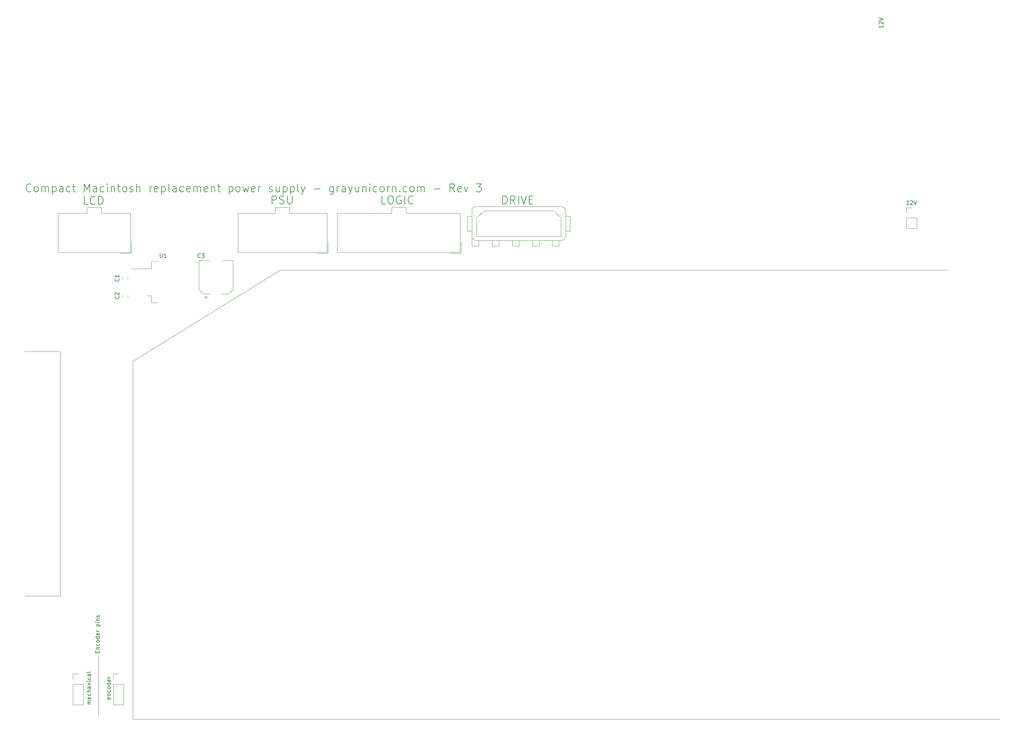
<source format=gbr>
%TF.GenerationSoftware,KiCad,Pcbnew,(5.1.10)-1*%
%TF.CreationDate,2021-06-29T11:34:31+10:00*%
%TF.ProjectId,psu-board,7073752d-626f-4617-9264-2e6b69636164,rev?*%
%TF.SameCoordinates,Original*%
%TF.FileFunction,Legend,Top*%
%TF.FilePolarity,Positive*%
%FSLAX46Y46*%
G04 Gerber Fmt 4.6, Leading zero omitted, Abs format (unit mm)*
G04 Created by KiCad (PCBNEW (5.1.10)-1) date 2021-06-29 11:34:31*
%MOMM*%
%LPD*%
G01*
G04 APERTURE LIST*
%ADD10C,0.150000*%
%ADD11C,0.120000*%
G04 APERTURE END LIST*
D10*
X22502761Y9477666D02*
X22550380Y9382428D01*
X22550380Y9191952D01*
X22502761Y9096714D01*
X22407523Y9049095D01*
X22026571Y9049095D01*
X21931333Y9096714D01*
X21883714Y9191952D01*
X21883714Y9382428D01*
X21931333Y9477666D01*
X22026571Y9525285D01*
X22121809Y9525285D01*
X22217047Y9049095D01*
X21883714Y9953857D02*
X22550380Y9953857D01*
X21978952Y9953857D02*
X21931333Y10001476D01*
X21883714Y10096714D01*
X21883714Y10239571D01*
X21931333Y10334809D01*
X22026571Y10382428D01*
X22550380Y10382428D01*
X22502761Y11287190D02*
X22550380Y11191952D01*
X22550380Y11001476D01*
X22502761Y10906238D01*
X22455142Y10858619D01*
X22359904Y10811000D01*
X22074190Y10811000D01*
X21978952Y10858619D01*
X21931333Y10906238D01*
X21883714Y11001476D01*
X21883714Y11191952D01*
X21931333Y11287190D01*
X22550380Y11858619D02*
X22502761Y11763380D01*
X22455142Y11715761D01*
X22359904Y11668142D01*
X22074190Y11668142D01*
X21978952Y11715761D01*
X21931333Y11763380D01*
X21883714Y11858619D01*
X21883714Y12001476D01*
X21931333Y12096714D01*
X21978952Y12144333D01*
X22074190Y12191952D01*
X22359904Y12191952D01*
X22455142Y12144333D01*
X22502761Y12096714D01*
X22550380Y12001476D01*
X22550380Y11858619D01*
X22550380Y13049095D02*
X21550380Y13049095D01*
X22502761Y13049095D02*
X22550380Y12953857D01*
X22550380Y12763380D01*
X22502761Y12668142D01*
X22455142Y12620523D01*
X22359904Y12572904D01*
X22074190Y12572904D01*
X21978952Y12620523D01*
X21931333Y12668142D01*
X21883714Y12763380D01*
X21883714Y12953857D01*
X21931333Y13049095D01*
X22502761Y13906238D02*
X22550380Y13811000D01*
X22550380Y13620523D01*
X22502761Y13525285D01*
X22407523Y13477666D01*
X22026571Y13477666D01*
X21931333Y13525285D01*
X21883714Y13620523D01*
X21883714Y13811000D01*
X21931333Y13906238D01*
X22026571Y13953857D01*
X22121809Y13953857D01*
X22217047Y13477666D01*
X22550380Y14382428D02*
X21883714Y14382428D01*
X22074190Y14382428D02*
X21978952Y14430047D01*
X21931333Y14477666D01*
X21883714Y14572904D01*
X21883714Y14668142D01*
X223154952Y133405619D02*
X222583523Y133405619D01*
X222869238Y133405619D02*
X222869238Y134405619D01*
X222774000Y134262761D01*
X222678761Y134167523D01*
X222583523Y134119904D01*
X223535904Y134310380D02*
X223583523Y134358000D01*
X223678761Y134405619D01*
X223916857Y134405619D01*
X224012095Y134358000D01*
X224059714Y134310380D01*
X224107333Y134215142D01*
X224107333Y134119904D01*
X224059714Y133977047D01*
X223488285Y133405619D01*
X224107333Y133405619D01*
X224393047Y134405619D02*
X224726380Y133405619D01*
X225059714Y134405619D01*
X121079095Y133588238D02*
X121079095Y135588238D01*
X121555285Y135588238D01*
X121841000Y135493000D01*
X122031476Y135302523D01*
X122126714Y135112047D01*
X122221952Y134731095D01*
X122221952Y134445380D01*
X122126714Y134064428D01*
X122031476Y133873952D01*
X121841000Y133683476D01*
X121555285Y133588238D01*
X121079095Y133588238D01*
X124221952Y133588238D02*
X123555285Y134540619D01*
X123079095Y133588238D02*
X123079095Y135588238D01*
X123841000Y135588238D01*
X124031476Y135493000D01*
X124126714Y135397761D01*
X124221952Y135207285D01*
X124221952Y134921571D01*
X124126714Y134731095D01*
X124031476Y134635857D01*
X123841000Y134540619D01*
X123079095Y134540619D01*
X125079095Y133588238D02*
X125079095Y135588238D01*
X125745761Y135588238D02*
X126412428Y133588238D01*
X127079095Y135588238D01*
X127745761Y134635857D02*
X128412428Y134635857D01*
X128698142Y133588238D02*
X127745761Y133588238D01*
X127745761Y135588238D01*
X128698142Y135588238D01*
X91710238Y133588238D02*
X90757857Y133588238D01*
X90757857Y135588238D01*
X92757857Y135588238D02*
X93138809Y135588238D01*
X93329285Y135493000D01*
X93519761Y135302523D01*
X93615000Y134921571D01*
X93615000Y134254904D01*
X93519761Y133873952D01*
X93329285Y133683476D01*
X93138809Y133588238D01*
X92757857Y133588238D01*
X92567380Y133683476D01*
X92376904Y133873952D01*
X92281666Y134254904D01*
X92281666Y134921571D01*
X92376904Y135302523D01*
X92567380Y135493000D01*
X92757857Y135588238D01*
X95519761Y135493000D02*
X95329285Y135588238D01*
X95043571Y135588238D01*
X94757857Y135493000D01*
X94567380Y135302523D01*
X94472142Y135112047D01*
X94376904Y134731095D01*
X94376904Y134445380D01*
X94472142Y134064428D01*
X94567380Y133873952D01*
X94757857Y133683476D01*
X95043571Y133588238D01*
X95234047Y133588238D01*
X95519761Y133683476D01*
X95615000Y133778714D01*
X95615000Y134445380D01*
X95234047Y134445380D01*
X96472142Y133588238D02*
X96472142Y135588238D01*
X98567380Y133778714D02*
X98472142Y133683476D01*
X98186428Y133588238D01*
X97995952Y133588238D01*
X97710238Y133683476D01*
X97519761Y133873952D01*
X97424523Y134064428D01*
X97329285Y134445380D01*
X97329285Y134731095D01*
X97424523Y135112047D01*
X97519761Y135302523D01*
X97710238Y135493000D01*
X97995952Y135588238D01*
X98186428Y135588238D01*
X98472142Y135493000D01*
X98567380Y135397761D01*
X63135190Y133588238D02*
X63135190Y135588238D01*
X63897095Y135588238D01*
X64087571Y135493000D01*
X64182809Y135397761D01*
X64278047Y135207285D01*
X64278047Y134921571D01*
X64182809Y134731095D01*
X64087571Y134635857D01*
X63897095Y134540619D01*
X63135190Y134540619D01*
X65039952Y133683476D02*
X65325666Y133588238D01*
X65801857Y133588238D01*
X65992333Y133683476D01*
X66087571Y133778714D01*
X66182809Y133969190D01*
X66182809Y134159666D01*
X66087571Y134350142D01*
X65992333Y134445380D01*
X65801857Y134540619D01*
X65420904Y134635857D01*
X65230428Y134731095D01*
X65135190Y134826333D01*
X65039952Y135016809D01*
X65039952Y135207285D01*
X65135190Y135397761D01*
X65230428Y135493000D01*
X65420904Y135588238D01*
X65897095Y135588238D01*
X66182809Y135493000D01*
X67039952Y135588238D02*
X67039952Y133969190D01*
X67135190Y133778714D01*
X67230428Y133683476D01*
X67420904Y133588238D01*
X67801857Y133588238D01*
X67992333Y133683476D01*
X68087571Y133778714D01*
X68182809Y133969190D01*
X68182809Y135588238D01*
X16907047Y133461238D02*
X15954666Y133461238D01*
X15954666Y135461238D01*
X18716571Y133651714D02*
X18621333Y133556476D01*
X18335619Y133461238D01*
X18145142Y133461238D01*
X17859428Y133556476D01*
X17668952Y133746952D01*
X17573714Y133937428D01*
X17478476Y134318380D01*
X17478476Y134604095D01*
X17573714Y134985047D01*
X17668952Y135175523D01*
X17859428Y135366000D01*
X18145142Y135461238D01*
X18335619Y135461238D01*
X18621333Y135366000D01*
X18716571Y135270761D01*
X19573714Y133461238D02*
X19573714Y135461238D01*
X20049904Y135461238D01*
X20335619Y135366000D01*
X20526095Y135175523D01*
X20621333Y134985047D01*
X20716571Y134604095D01*
X20716571Y134318380D01*
X20621333Y133937428D01*
X20526095Y133746952D01*
X20335619Y133556476D01*
X20049904Y133461238D01*
X19573714Y133461238D01*
D11*
X28200000Y4000000D02*
X245872000Y4000000D01*
X65200000Y117000000D02*
X28200000Y94000000D01*
X65200000Y117000000D02*
X232918000Y117000000D01*
X28200000Y4000000D02*
X28200000Y94000000D01*
D10*
X216606380Y178450952D02*
X216606380Y177879523D01*
X216606380Y178165238D02*
X215606380Y178165238D01*
X215749238Y178070000D01*
X215844476Y177974761D01*
X215892095Y177879523D01*
X215701619Y178831904D02*
X215654000Y178879523D01*
X215606380Y178974761D01*
X215606380Y179212857D01*
X215654000Y179308095D01*
X215701619Y179355714D01*
X215796857Y179403333D01*
X215892095Y179403333D01*
X216034952Y179355714D01*
X216606380Y178784285D01*
X216606380Y179403333D01*
X215606380Y179689047D02*
X216606380Y180022380D01*
X215606380Y180355714D01*
X17597380Y7787190D02*
X16930714Y7787190D01*
X17025952Y7787190D02*
X16978333Y7834809D01*
X16930714Y7930047D01*
X16930714Y8072904D01*
X16978333Y8168142D01*
X17073571Y8215761D01*
X17597380Y8215761D01*
X17073571Y8215761D02*
X16978333Y8263380D01*
X16930714Y8358619D01*
X16930714Y8501476D01*
X16978333Y8596714D01*
X17073571Y8644333D01*
X17597380Y8644333D01*
X17549761Y9501476D02*
X17597380Y9406238D01*
X17597380Y9215761D01*
X17549761Y9120523D01*
X17454523Y9072904D01*
X17073571Y9072904D01*
X16978333Y9120523D01*
X16930714Y9215761D01*
X16930714Y9406238D01*
X16978333Y9501476D01*
X17073571Y9549095D01*
X17168809Y9549095D01*
X17264047Y9072904D01*
X17549761Y10406238D02*
X17597380Y10311000D01*
X17597380Y10120523D01*
X17549761Y10025285D01*
X17502142Y9977666D01*
X17406904Y9930047D01*
X17121190Y9930047D01*
X17025952Y9977666D01*
X16978333Y10025285D01*
X16930714Y10120523D01*
X16930714Y10311000D01*
X16978333Y10406238D01*
X17597380Y10834809D02*
X16597380Y10834809D01*
X17597380Y11263380D02*
X17073571Y11263380D01*
X16978333Y11215761D01*
X16930714Y11120523D01*
X16930714Y10977666D01*
X16978333Y10882428D01*
X17025952Y10834809D01*
X17597380Y12168142D02*
X17073571Y12168142D01*
X16978333Y12120523D01*
X16930714Y12025285D01*
X16930714Y11834809D01*
X16978333Y11739571D01*
X17549761Y12168142D02*
X17597380Y12072904D01*
X17597380Y11834809D01*
X17549761Y11739571D01*
X17454523Y11691952D01*
X17359285Y11691952D01*
X17264047Y11739571D01*
X17216428Y11834809D01*
X17216428Y12072904D01*
X17168809Y12168142D01*
X16930714Y12644333D02*
X17597380Y12644333D01*
X17025952Y12644333D02*
X16978333Y12691952D01*
X16930714Y12787190D01*
X16930714Y12930047D01*
X16978333Y13025285D01*
X17073571Y13072904D01*
X17597380Y13072904D01*
X17597380Y13549095D02*
X16930714Y13549095D01*
X16597380Y13549095D02*
X16645000Y13501476D01*
X16692619Y13549095D01*
X16645000Y13596714D01*
X16597380Y13549095D01*
X16692619Y13549095D01*
X17549761Y14453857D02*
X17597380Y14358619D01*
X17597380Y14168142D01*
X17549761Y14072904D01*
X17502142Y14025285D01*
X17406904Y13977666D01*
X17121190Y13977666D01*
X17025952Y14025285D01*
X16978333Y14072904D01*
X16930714Y14168142D01*
X16930714Y14358619D01*
X16978333Y14453857D01*
X17597380Y15311000D02*
X17073571Y15311000D01*
X16978333Y15263380D01*
X16930714Y15168142D01*
X16930714Y14977666D01*
X16978333Y14882428D01*
X17549761Y15311000D02*
X17597380Y15215761D01*
X17597380Y14977666D01*
X17549761Y14882428D01*
X17454523Y14834809D01*
X17359285Y14834809D01*
X17264047Y14882428D01*
X17216428Y14977666D01*
X17216428Y15215761D01*
X17168809Y15311000D01*
X17597380Y15930047D02*
X17549761Y15834809D01*
X17454523Y15787190D01*
X16597380Y15787190D01*
X19232571Y20733333D02*
X19232571Y21066666D01*
X19756380Y21209523D02*
X19756380Y20733333D01*
X18756380Y20733333D01*
X18756380Y21209523D01*
X19089714Y21638095D02*
X19756380Y21638095D01*
X19184952Y21638095D02*
X19137333Y21685714D01*
X19089714Y21780952D01*
X19089714Y21923809D01*
X19137333Y22019047D01*
X19232571Y22066666D01*
X19756380Y22066666D01*
X19708761Y22971428D02*
X19756380Y22876190D01*
X19756380Y22685714D01*
X19708761Y22590476D01*
X19661142Y22542857D01*
X19565904Y22495238D01*
X19280190Y22495238D01*
X19184952Y22542857D01*
X19137333Y22590476D01*
X19089714Y22685714D01*
X19089714Y22876190D01*
X19137333Y22971428D01*
X19756380Y23542857D02*
X19708761Y23447619D01*
X19661142Y23400000D01*
X19565904Y23352380D01*
X19280190Y23352380D01*
X19184952Y23400000D01*
X19137333Y23447619D01*
X19089714Y23542857D01*
X19089714Y23685714D01*
X19137333Y23780952D01*
X19184952Y23828571D01*
X19280190Y23876190D01*
X19565904Y23876190D01*
X19661142Y23828571D01*
X19708761Y23780952D01*
X19756380Y23685714D01*
X19756380Y23542857D01*
X19756380Y24733333D02*
X18756380Y24733333D01*
X19708761Y24733333D02*
X19756380Y24638095D01*
X19756380Y24447619D01*
X19708761Y24352380D01*
X19661142Y24304761D01*
X19565904Y24257142D01*
X19280190Y24257142D01*
X19184952Y24304761D01*
X19137333Y24352380D01*
X19089714Y24447619D01*
X19089714Y24638095D01*
X19137333Y24733333D01*
X19708761Y25590476D02*
X19756380Y25495238D01*
X19756380Y25304761D01*
X19708761Y25209523D01*
X19613523Y25161904D01*
X19232571Y25161904D01*
X19137333Y25209523D01*
X19089714Y25304761D01*
X19089714Y25495238D01*
X19137333Y25590476D01*
X19232571Y25638095D01*
X19327809Y25638095D01*
X19423047Y25161904D01*
X19756380Y26066666D02*
X19089714Y26066666D01*
X19280190Y26066666D02*
X19184952Y26114285D01*
X19137333Y26161904D01*
X19089714Y26257142D01*
X19089714Y26352380D01*
X19089714Y27447619D02*
X20089714Y27447619D01*
X19137333Y27447619D02*
X19089714Y27542857D01*
X19089714Y27733333D01*
X19137333Y27828571D01*
X19184952Y27876190D01*
X19280190Y27923809D01*
X19565904Y27923809D01*
X19661142Y27876190D01*
X19708761Y27828571D01*
X19756380Y27733333D01*
X19756380Y27542857D01*
X19708761Y27447619D01*
X19756380Y28352380D02*
X19089714Y28352380D01*
X18756380Y28352380D02*
X18804000Y28304761D01*
X18851619Y28352380D01*
X18804000Y28400000D01*
X18756380Y28352380D01*
X18851619Y28352380D01*
X19089714Y28828571D02*
X19756380Y28828571D01*
X19184952Y28828571D02*
X19137333Y28876190D01*
X19089714Y28971428D01*
X19089714Y29114285D01*
X19137333Y29209523D01*
X19232571Y29257142D01*
X19756380Y29257142D01*
X19708761Y29685714D02*
X19756380Y29780952D01*
X19756380Y29971428D01*
X19708761Y30066666D01*
X19613523Y30114285D01*
X19565904Y30114285D01*
X19470666Y30066666D01*
X19423047Y29971428D01*
X19423047Y29828571D01*
X19375428Y29733333D01*
X19280190Y29685714D01*
X19232571Y29685714D01*
X19137333Y29733333D01*
X19089714Y29828571D01*
X19089714Y29971428D01*
X19137333Y30066666D01*
D11*
X19500000Y20000000D02*
X19500000Y5000000D01*
X10000000Y96500000D02*
X1000000Y96500000D01*
X10000000Y35000000D02*
X1000000Y35000000D01*
X10000000Y96500000D02*
X10000000Y35000000D01*
D10*
X2642238Y136826714D02*
X2547000Y136731476D01*
X2261285Y136636238D01*
X2070809Y136636238D01*
X1785095Y136731476D01*
X1594619Y136921952D01*
X1499380Y137112428D01*
X1404142Y137493380D01*
X1404142Y137779095D01*
X1499380Y138160047D01*
X1594619Y138350523D01*
X1785095Y138541000D01*
X2070809Y138636238D01*
X2261285Y138636238D01*
X2547000Y138541000D01*
X2642238Y138445761D01*
X3785095Y136636238D02*
X3594619Y136731476D01*
X3499380Y136826714D01*
X3404142Y137017190D01*
X3404142Y137588619D01*
X3499380Y137779095D01*
X3594619Y137874333D01*
X3785095Y137969571D01*
X4070809Y137969571D01*
X4261285Y137874333D01*
X4356523Y137779095D01*
X4451761Y137588619D01*
X4451761Y137017190D01*
X4356523Y136826714D01*
X4261285Y136731476D01*
X4070809Y136636238D01*
X3785095Y136636238D01*
X5308904Y136636238D02*
X5308904Y137969571D01*
X5308904Y137779095D02*
X5404142Y137874333D01*
X5594619Y137969571D01*
X5880333Y137969571D01*
X6070809Y137874333D01*
X6166047Y137683857D01*
X6166047Y136636238D01*
X6166047Y137683857D02*
X6261285Y137874333D01*
X6451761Y137969571D01*
X6737476Y137969571D01*
X6927952Y137874333D01*
X7023190Y137683857D01*
X7023190Y136636238D01*
X7975571Y137969571D02*
X7975571Y135969571D01*
X7975571Y137874333D02*
X8166047Y137969571D01*
X8547000Y137969571D01*
X8737476Y137874333D01*
X8832714Y137779095D01*
X8927952Y137588619D01*
X8927952Y137017190D01*
X8832714Y136826714D01*
X8737476Y136731476D01*
X8547000Y136636238D01*
X8166047Y136636238D01*
X7975571Y136731476D01*
X10642238Y136636238D02*
X10642238Y137683857D01*
X10547000Y137874333D01*
X10356523Y137969571D01*
X9975571Y137969571D01*
X9785095Y137874333D01*
X10642238Y136731476D02*
X10451761Y136636238D01*
X9975571Y136636238D01*
X9785095Y136731476D01*
X9689857Y136921952D01*
X9689857Y137112428D01*
X9785095Y137302904D01*
X9975571Y137398142D01*
X10451761Y137398142D01*
X10642238Y137493380D01*
X12451761Y136731476D02*
X12261285Y136636238D01*
X11880333Y136636238D01*
X11689857Y136731476D01*
X11594619Y136826714D01*
X11499380Y137017190D01*
X11499380Y137588619D01*
X11594619Y137779095D01*
X11689857Y137874333D01*
X11880333Y137969571D01*
X12261285Y137969571D01*
X12451761Y137874333D01*
X13023190Y137969571D02*
X13785095Y137969571D01*
X13308904Y138636238D02*
X13308904Y136921952D01*
X13404142Y136731476D01*
X13594619Y136636238D01*
X13785095Y136636238D01*
X15975571Y136636238D02*
X15975571Y138636238D01*
X16642238Y137207666D01*
X17308904Y138636238D01*
X17308904Y136636238D01*
X19118428Y136636238D02*
X19118428Y137683857D01*
X19023190Y137874333D01*
X18832714Y137969571D01*
X18451761Y137969571D01*
X18261285Y137874333D01*
X19118428Y136731476D02*
X18927952Y136636238D01*
X18451761Y136636238D01*
X18261285Y136731476D01*
X18166047Y136921952D01*
X18166047Y137112428D01*
X18261285Y137302904D01*
X18451761Y137398142D01*
X18927952Y137398142D01*
X19118428Y137493380D01*
X20927952Y136731476D02*
X20737476Y136636238D01*
X20356523Y136636238D01*
X20166047Y136731476D01*
X20070809Y136826714D01*
X19975571Y137017190D01*
X19975571Y137588619D01*
X20070809Y137779095D01*
X20166047Y137874333D01*
X20356523Y137969571D01*
X20737476Y137969571D01*
X20927952Y137874333D01*
X21785095Y136636238D02*
X21785095Y137969571D01*
X21785095Y138636238D02*
X21689857Y138541000D01*
X21785095Y138445761D01*
X21880333Y138541000D01*
X21785095Y138636238D01*
X21785095Y138445761D01*
X22737476Y137969571D02*
X22737476Y136636238D01*
X22737476Y137779095D02*
X22832714Y137874333D01*
X23023190Y137969571D01*
X23308904Y137969571D01*
X23499380Y137874333D01*
X23594619Y137683857D01*
X23594619Y136636238D01*
X24261285Y137969571D02*
X25023190Y137969571D01*
X24547000Y138636238D02*
X24547000Y136921952D01*
X24642238Y136731476D01*
X24832714Y136636238D01*
X25023190Y136636238D01*
X25975571Y136636238D02*
X25785095Y136731476D01*
X25689857Y136826714D01*
X25594619Y137017190D01*
X25594619Y137588619D01*
X25689857Y137779095D01*
X25785095Y137874333D01*
X25975571Y137969571D01*
X26261285Y137969571D01*
X26451761Y137874333D01*
X26547000Y137779095D01*
X26642238Y137588619D01*
X26642238Y137017190D01*
X26547000Y136826714D01*
X26451761Y136731476D01*
X26261285Y136636238D01*
X25975571Y136636238D01*
X27404142Y136731476D02*
X27594619Y136636238D01*
X27975571Y136636238D01*
X28166047Y136731476D01*
X28261285Y136921952D01*
X28261285Y137017190D01*
X28166047Y137207666D01*
X27975571Y137302904D01*
X27689857Y137302904D01*
X27499380Y137398142D01*
X27404142Y137588619D01*
X27404142Y137683857D01*
X27499380Y137874333D01*
X27689857Y137969571D01*
X27975571Y137969571D01*
X28166047Y137874333D01*
X29118428Y136636238D02*
X29118428Y138636238D01*
X29975571Y136636238D02*
X29975571Y137683857D01*
X29880333Y137874333D01*
X29689857Y137969571D01*
X29404142Y137969571D01*
X29213666Y137874333D01*
X29118428Y137779095D01*
X32451761Y136636238D02*
X32451761Y137969571D01*
X32451761Y137588619D02*
X32547000Y137779095D01*
X32642238Y137874333D01*
X32832714Y137969571D01*
X33023190Y137969571D01*
X34451761Y136731476D02*
X34261285Y136636238D01*
X33880333Y136636238D01*
X33689857Y136731476D01*
X33594619Y136921952D01*
X33594619Y137683857D01*
X33689857Y137874333D01*
X33880333Y137969571D01*
X34261285Y137969571D01*
X34451761Y137874333D01*
X34547000Y137683857D01*
X34547000Y137493380D01*
X33594619Y137302904D01*
X35404142Y137969571D02*
X35404142Y135969571D01*
X35404142Y137874333D02*
X35594619Y137969571D01*
X35975571Y137969571D01*
X36166047Y137874333D01*
X36261285Y137779095D01*
X36356523Y137588619D01*
X36356523Y137017190D01*
X36261285Y136826714D01*
X36166047Y136731476D01*
X35975571Y136636238D01*
X35594619Y136636238D01*
X35404142Y136731476D01*
X37499380Y136636238D02*
X37308904Y136731476D01*
X37213666Y136921952D01*
X37213666Y138636238D01*
X39118428Y136636238D02*
X39118428Y137683857D01*
X39023190Y137874333D01*
X38832714Y137969571D01*
X38451761Y137969571D01*
X38261285Y137874333D01*
X39118428Y136731476D02*
X38927952Y136636238D01*
X38451761Y136636238D01*
X38261285Y136731476D01*
X38166047Y136921952D01*
X38166047Y137112428D01*
X38261285Y137302904D01*
X38451761Y137398142D01*
X38927952Y137398142D01*
X39118428Y137493380D01*
X40927952Y136731476D02*
X40737476Y136636238D01*
X40356523Y136636238D01*
X40166047Y136731476D01*
X40070809Y136826714D01*
X39975571Y137017190D01*
X39975571Y137588619D01*
X40070809Y137779095D01*
X40166047Y137874333D01*
X40356523Y137969571D01*
X40737476Y137969571D01*
X40927952Y137874333D01*
X42547000Y136731476D02*
X42356523Y136636238D01*
X41975571Y136636238D01*
X41785095Y136731476D01*
X41689857Y136921952D01*
X41689857Y137683857D01*
X41785095Y137874333D01*
X41975571Y137969571D01*
X42356523Y137969571D01*
X42547000Y137874333D01*
X42642238Y137683857D01*
X42642238Y137493380D01*
X41689857Y137302904D01*
X43499380Y136636238D02*
X43499380Y137969571D01*
X43499380Y137779095D02*
X43594619Y137874333D01*
X43785095Y137969571D01*
X44070809Y137969571D01*
X44261285Y137874333D01*
X44356523Y137683857D01*
X44356523Y136636238D01*
X44356523Y137683857D02*
X44451761Y137874333D01*
X44642238Y137969571D01*
X44927952Y137969571D01*
X45118428Y137874333D01*
X45213666Y137683857D01*
X45213666Y136636238D01*
X46927952Y136731476D02*
X46737476Y136636238D01*
X46356523Y136636238D01*
X46166047Y136731476D01*
X46070809Y136921952D01*
X46070809Y137683857D01*
X46166047Y137874333D01*
X46356523Y137969571D01*
X46737476Y137969571D01*
X46927952Y137874333D01*
X47023190Y137683857D01*
X47023190Y137493380D01*
X46070809Y137302904D01*
X47880333Y137969571D02*
X47880333Y136636238D01*
X47880333Y137779095D02*
X47975571Y137874333D01*
X48166047Y137969571D01*
X48451761Y137969571D01*
X48642238Y137874333D01*
X48737476Y137683857D01*
X48737476Y136636238D01*
X49404142Y137969571D02*
X50166047Y137969571D01*
X49689857Y138636238D02*
X49689857Y136921952D01*
X49785095Y136731476D01*
X49975571Y136636238D01*
X50166047Y136636238D01*
X52356523Y137969571D02*
X52356523Y135969571D01*
X52356523Y137874333D02*
X52546999Y137969571D01*
X52927952Y137969571D01*
X53118428Y137874333D01*
X53213666Y137779095D01*
X53308904Y137588619D01*
X53308904Y137017190D01*
X53213666Y136826714D01*
X53118428Y136731476D01*
X52927952Y136636238D01*
X52546999Y136636238D01*
X52356523Y136731476D01*
X54451761Y136636238D02*
X54261285Y136731476D01*
X54166047Y136826714D01*
X54070809Y137017190D01*
X54070809Y137588619D01*
X54166047Y137779095D01*
X54261285Y137874333D01*
X54451761Y137969571D01*
X54737476Y137969571D01*
X54927952Y137874333D01*
X55023190Y137779095D01*
X55118428Y137588619D01*
X55118428Y137017190D01*
X55023190Y136826714D01*
X54927952Y136731476D01*
X54737476Y136636238D01*
X54451761Y136636238D01*
X55785095Y137969571D02*
X56166047Y136636238D01*
X56546999Y137588619D01*
X56927952Y136636238D01*
X57308904Y137969571D01*
X58832714Y136731476D02*
X58642238Y136636238D01*
X58261285Y136636238D01*
X58070809Y136731476D01*
X57975571Y136921952D01*
X57975571Y137683857D01*
X58070809Y137874333D01*
X58261285Y137969571D01*
X58642238Y137969571D01*
X58832714Y137874333D01*
X58927952Y137683857D01*
X58927952Y137493380D01*
X57975571Y137302904D01*
X59785095Y136636238D02*
X59785095Y137969571D01*
X59785095Y137588619D02*
X59880333Y137779095D01*
X59975571Y137874333D01*
X60166047Y137969571D01*
X60356523Y137969571D01*
X62451761Y136731476D02*
X62642238Y136636238D01*
X63023190Y136636238D01*
X63213666Y136731476D01*
X63308904Y136921952D01*
X63308904Y137017190D01*
X63213666Y137207666D01*
X63023190Y137302904D01*
X62737476Y137302904D01*
X62546999Y137398142D01*
X62451761Y137588619D01*
X62451761Y137683857D01*
X62546999Y137874333D01*
X62737476Y137969571D01*
X63023190Y137969571D01*
X63213666Y137874333D01*
X65023190Y137969571D02*
X65023190Y136636238D01*
X64166047Y137969571D02*
X64166047Y136921952D01*
X64261285Y136731476D01*
X64451761Y136636238D01*
X64737476Y136636238D01*
X64927952Y136731476D01*
X65023190Y136826714D01*
X65975571Y137969571D02*
X65975571Y135969571D01*
X65975571Y137874333D02*
X66166047Y137969571D01*
X66546999Y137969571D01*
X66737476Y137874333D01*
X66832714Y137779095D01*
X66927952Y137588619D01*
X66927952Y137017190D01*
X66832714Y136826714D01*
X66737476Y136731476D01*
X66546999Y136636238D01*
X66166047Y136636238D01*
X65975571Y136731476D01*
X67785095Y137969571D02*
X67785095Y135969571D01*
X67785095Y137874333D02*
X67975571Y137969571D01*
X68356523Y137969571D01*
X68546999Y137874333D01*
X68642238Y137779095D01*
X68737476Y137588619D01*
X68737476Y137017190D01*
X68642238Y136826714D01*
X68546999Y136731476D01*
X68356523Y136636238D01*
X67975571Y136636238D01*
X67785095Y136731476D01*
X69880333Y136636238D02*
X69689857Y136731476D01*
X69594619Y136921952D01*
X69594619Y138636238D01*
X70451761Y137969571D02*
X70927952Y136636238D01*
X71404142Y137969571D02*
X70927952Y136636238D01*
X70737476Y136160047D01*
X70642238Y136064809D01*
X70451761Y135969571D01*
X73689857Y137398142D02*
X75213666Y137398142D01*
X78546999Y137969571D02*
X78546999Y136350523D01*
X78451761Y136160047D01*
X78356523Y136064809D01*
X78166047Y135969571D01*
X77880333Y135969571D01*
X77689857Y136064809D01*
X78546999Y136731476D02*
X78356523Y136636238D01*
X77975571Y136636238D01*
X77785095Y136731476D01*
X77689857Y136826714D01*
X77594619Y137017190D01*
X77594619Y137588619D01*
X77689857Y137779095D01*
X77785095Y137874333D01*
X77975571Y137969571D01*
X78356523Y137969571D01*
X78546999Y137874333D01*
X79499380Y136636238D02*
X79499380Y137969571D01*
X79499380Y137588619D02*
X79594619Y137779095D01*
X79689857Y137874333D01*
X79880333Y137969571D01*
X80070809Y137969571D01*
X81594619Y136636238D02*
X81594619Y137683857D01*
X81499380Y137874333D01*
X81308904Y137969571D01*
X80927952Y137969571D01*
X80737476Y137874333D01*
X81594619Y136731476D02*
X81404142Y136636238D01*
X80927952Y136636238D01*
X80737476Y136731476D01*
X80642238Y136921952D01*
X80642238Y137112428D01*
X80737476Y137302904D01*
X80927952Y137398142D01*
X81404142Y137398142D01*
X81594619Y137493380D01*
X82356523Y137969571D02*
X82832714Y136636238D01*
X83308904Y137969571D02*
X82832714Y136636238D01*
X82642238Y136160047D01*
X82546999Y136064809D01*
X82356523Y135969571D01*
X84927952Y137969571D02*
X84927952Y136636238D01*
X84070809Y137969571D02*
X84070809Y136921952D01*
X84166047Y136731476D01*
X84356523Y136636238D01*
X84642238Y136636238D01*
X84832714Y136731476D01*
X84927952Y136826714D01*
X85880333Y137969571D02*
X85880333Y136636238D01*
X85880333Y137779095D02*
X85975571Y137874333D01*
X86166047Y137969571D01*
X86451761Y137969571D01*
X86642238Y137874333D01*
X86737476Y137683857D01*
X86737476Y136636238D01*
X87689857Y136636238D02*
X87689857Y137969571D01*
X87689857Y138636238D02*
X87594619Y138541000D01*
X87689857Y138445761D01*
X87785095Y138541000D01*
X87689857Y138636238D01*
X87689857Y138445761D01*
X89499380Y136731476D02*
X89308904Y136636238D01*
X88927952Y136636238D01*
X88737476Y136731476D01*
X88642238Y136826714D01*
X88546999Y137017190D01*
X88546999Y137588619D01*
X88642238Y137779095D01*
X88737476Y137874333D01*
X88927952Y137969571D01*
X89308904Y137969571D01*
X89499380Y137874333D01*
X90642238Y136636238D02*
X90451761Y136731476D01*
X90356523Y136826714D01*
X90261285Y137017190D01*
X90261285Y137588619D01*
X90356523Y137779095D01*
X90451761Y137874333D01*
X90642238Y137969571D01*
X90927952Y137969571D01*
X91118428Y137874333D01*
X91213666Y137779095D01*
X91308904Y137588619D01*
X91308904Y137017190D01*
X91213666Y136826714D01*
X91118428Y136731476D01*
X90927952Y136636238D01*
X90642238Y136636238D01*
X92166047Y136636238D02*
X92166047Y137969571D01*
X92166047Y137588619D02*
X92261285Y137779095D01*
X92356523Y137874333D01*
X92546999Y137969571D01*
X92737476Y137969571D01*
X93404142Y137969571D02*
X93404142Y136636238D01*
X93404142Y137779095D02*
X93499380Y137874333D01*
X93689857Y137969571D01*
X93975571Y137969571D01*
X94166047Y137874333D01*
X94261285Y137683857D01*
X94261285Y136636238D01*
X95213666Y136826714D02*
X95308904Y136731476D01*
X95213666Y136636238D01*
X95118428Y136731476D01*
X95213666Y136826714D01*
X95213666Y136636238D01*
X97023190Y136731476D02*
X96832714Y136636238D01*
X96451761Y136636238D01*
X96261285Y136731476D01*
X96166047Y136826714D01*
X96070809Y137017190D01*
X96070809Y137588619D01*
X96166047Y137779095D01*
X96261285Y137874333D01*
X96451761Y137969571D01*
X96832714Y137969571D01*
X97023190Y137874333D01*
X98166047Y136636238D02*
X97975571Y136731476D01*
X97880333Y136826714D01*
X97785095Y137017190D01*
X97785095Y137588619D01*
X97880333Y137779095D01*
X97975571Y137874333D01*
X98166047Y137969571D01*
X98451761Y137969571D01*
X98642238Y137874333D01*
X98737476Y137779095D01*
X98832714Y137588619D01*
X98832714Y137017190D01*
X98737476Y136826714D01*
X98642238Y136731476D01*
X98451761Y136636238D01*
X98166047Y136636238D01*
X99689857Y136636238D02*
X99689857Y137969571D01*
X99689857Y137779095D02*
X99785095Y137874333D01*
X99975571Y137969571D01*
X100261285Y137969571D01*
X100451761Y137874333D01*
X100546999Y137683857D01*
X100546999Y136636238D01*
X100546999Y137683857D02*
X100642238Y137874333D01*
X100832714Y137969571D01*
X101118428Y137969571D01*
X101308904Y137874333D01*
X101404142Y137683857D01*
X101404142Y136636238D01*
X103880333Y137398142D02*
X105404142Y137398142D01*
X109023190Y136636238D02*
X108356523Y137588619D01*
X107880333Y136636238D02*
X107880333Y138636238D01*
X108642238Y138636238D01*
X108832714Y138541000D01*
X108927952Y138445761D01*
X109023190Y138255285D01*
X109023190Y137969571D01*
X108927952Y137779095D01*
X108832714Y137683857D01*
X108642238Y137588619D01*
X107880333Y137588619D01*
X110642238Y136731476D02*
X110451761Y136636238D01*
X110070809Y136636238D01*
X109880333Y136731476D01*
X109785095Y136921952D01*
X109785095Y137683857D01*
X109880333Y137874333D01*
X110070809Y137969571D01*
X110451761Y137969571D01*
X110642238Y137874333D01*
X110737476Y137683857D01*
X110737476Y137493380D01*
X109785095Y137302904D01*
X111404142Y137969571D02*
X111880333Y136636238D01*
X112356523Y137969571D01*
X114451761Y138636238D02*
X115689857Y138636238D01*
X115023190Y137874333D01*
X115308904Y137874333D01*
X115499380Y137779095D01*
X115594619Y137683857D01*
X115689857Y137493380D01*
X115689857Y137017190D01*
X115594619Y136826714D01*
X115499380Y136731476D01*
X115308904Y136636238D01*
X114737476Y136636238D01*
X114546999Y136731476D01*
X114451761Y136826714D01*
D11*
%TO.C,C3*%
X46012000Y110189000D02*
X47012000Y110189000D01*
X46512000Y109689000D02*
X46512000Y110689000D01*
X52217563Y110929000D02*
X53282000Y111993437D01*
X45826437Y110929000D02*
X44762000Y111993437D01*
X45826437Y110929000D02*
X47512000Y110929000D01*
X52217563Y110929000D02*
X50532000Y110929000D01*
X53282000Y111993437D02*
X53282000Y119449000D01*
X44762000Y111993437D02*
X44762000Y119449000D01*
X44762000Y119449000D02*
X47512000Y119449000D01*
X53282000Y119449000D02*
X50532000Y119449000D01*
%TO.C,SW1*%
X13090000Y15427000D02*
X14420000Y15427000D01*
X13090000Y14097000D02*
X13090000Y15427000D01*
X13090000Y12827000D02*
X15750000Y12827000D01*
X15750000Y12827000D02*
X15750000Y7687000D01*
X13090000Y12827000D02*
X13090000Y7687000D01*
X13090000Y7687000D02*
X15750000Y7687000D01*
%TO.C,U1*%
X34364000Y119119000D02*
X32864000Y119119000D01*
X32864000Y119119000D02*
X32864000Y117309000D01*
X32864000Y117309000D02*
X27739000Y117309000D01*
X34364000Y108719000D02*
X32864000Y108719000D01*
X32864000Y108719000D02*
X32864000Y110529000D01*
X32864000Y110529000D02*
X31764000Y110529000D01*
%TO.C,C2*%
X25427000Y110101748D02*
X25427000Y110624252D01*
X26897000Y110101748D02*
X26897000Y110624252D01*
%TO.C,C1*%
X26897000Y115196252D02*
X26897000Y114673748D01*
X25427000Y115196252D02*
X25427000Y114673748D01*
%TO.C,J1*%
X65768000Y121465000D02*
X76978000Y121465000D01*
X76978000Y121465000D02*
X76978000Y131285000D01*
X76978000Y131285000D02*
X67578000Y131285000D01*
X67578000Y131285000D02*
X67578000Y132685000D01*
X67578000Y132685000D02*
X65768000Y132685000D01*
X65768000Y121465000D02*
X54558000Y121465000D01*
X54558000Y121465000D02*
X54558000Y131285000D01*
X54558000Y131285000D02*
X63958000Y131285000D01*
X63958000Y131285000D02*
X63958000Y132685000D01*
X63958000Y132685000D02*
X65768000Y132685000D01*
X74368000Y121225000D02*
X77218000Y121225000D01*
X77218000Y121225000D02*
X77218000Y124075000D01*
%TO.C,J2*%
X18465000Y121465000D02*
X27575000Y121465000D01*
X27575000Y121465000D02*
X27575000Y131285000D01*
X27575000Y131285000D02*
X20275000Y131285000D01*
X20275000Y131285000D02*
X20275000Y132685000D01*
X20275000Y132685000D02*
X18465000Y132685000D01*
X18465000Y121465000D02*
X9355000Y121465000D01*
X9355000Y121465000D02*
X9355000Y131285000D01*
X9355000Y131285000D02*
X16655000Y131285000D01*
X16655000Y131285000D02*
X16655000Y132685000D01*
X16655000Y132685000D02*
X18465000Y132685000D01*
X24965000Y121225000D02*
X27815000Y121225000D01*
X27815000Y121225000D02*
X27815000Y124075000D01*
%TO.C,SW1*%
X23250000Y15427000D02*
X24580000Y15427000D01*
X23250000Y14097000D02*
X23250000Y15427000D01*
X23250000Y12827000D02*
X25910000Y12827000D01*
X25910000Y12827000D02*
X25910000Y7687000D01*
X23250000Y12827000D02*
X23250000Y7687000D01*
X23250000Y7687000D02*
X25910000Y7687000D01*
%TO.C,J4*%
X130295000Y122981000D02*
X128605000Y122981000D01*
X128605000Y122981000D02*
X128605000Y124371000D01*
X130295000Y124371000D02*
X130295000Y122981000D01*
X125215000Y124371000D02*
X125215000Y122981000D01*
X123525000Y122981000D02*
X123525000Y124371000D01*
X125215000Y122981000D02*
X123525000Y122981000D01*
X120115000Y122981000D02*
X118425000Y122981000D01*
X120115000Y124371000D02*
X120115000Y122981000D01*
X118425000Y122981000D02*
X118425000Y124371000D01*
X135185000Y124371000D02*
X135185000Y122981000D01*
X133495000Y122981000D02*
X133495000Y124371000D01*
X135185000Y122981000D02*
X133495000Y122981000D01*
X115015000Y122981000D02*
X113325000Y122981000D01*
X115015000Y124371000D02*
X115015000Y122981000D01*
X137945000Y126791000D02*
X136865000Y126791000D01*
X137945000Y130511000D02*
X137945000Y126791000D01*
X136865000Y130511000D02*
X137945000Y130511000D01*
X112245000Y126791000D02*
X113325000Y126791000D01*
X112245000Y130511000D02*
X112245000Y126791000D01*
X113325000Y130511000D02*
X112245000Y130511000D01*
X136865000Y125511000D02*
X136865000Y131791000D01*
X114465000Y124371000D02*
X135725000Y124371000D01*
X113325000Y131791000D02*
X113325000Y122981000D01*
X135725000Y132931000D02*
X114465000Y132931000D01*
X135665000Y130041000D02*
X135665000Y125431000D01*
X133835000Y131871000D02*
X135665000Y130041000D01*
X116355000Y131871000D02*
X133835000Y131871000D01*
X114525000Y130041000D02*
X116355000Y131871000D01*
X114525000Y125431000D02*
X114525000Y130041000D01*
X135665000Y125431000D02*
X114525000Y125431000D01*
X135725000Y132931000D02*
G75*
G02*
X136865000Y131791000I0J-1140000D01*
G01*
X136865000Y125511000D02*
G75*
G02*
X135725000Y124371000I-1140000J0D01*
G01*
X113325000Y131791000D02*
G75*
G02*
X114465000Y132931000I1140000J0D01*
G01*
X114465000Y124371000D02*
G75*
G02*
X113325000Y125511000I0J1140000D01*
G01*
%TO.C,J3*%
X222444000Y132648000D02*
X223774000Y132648000D01*
X222444000Y131318000D02*
X222444000Y132648000D01*
X222444000Y130048000D02*
X225104000Y130048000D01*
X225104000Y130048000D02*
X225104000Y127448000D01*
X222444000Y130048000D02*
X222444000Y127448000D01*
X222444000Y127448000D02*
X225104000Y127448000D01*
%TO.C,J5*%
X110619000Y121225000D02*
X110619000Y124075000D01*
X107769000Y121225000D02*
X110619000Y121225000D01*
X93159000Y132685000D02*
X94969000Y132685000D01*
X93159000Y131285000D02*
X93159000Y132685000D01*
X79559000Y131285000D02*
X93159000Y131285000D01*
X79559000Y121465000D02*
X79559000Y131285000D01*
X94969000Y121465000D02*
X79559000Y121465000D01*
X96779000Y132685000D02*
X94969000Y132685000D01*
X96779000Y131285000D02*
X96779000Y132685000D01*
X110379000Y131285000D02*
X96779000Y131285000D01*
X110379000Y121465000D02*
X110379000Y131285000D01*
X94969000Y121465000D02*
X110379000Y121465000D01*
%TO.C,C3*%
D10*
X45172333Y120165857D02*
X45124714Y120118238D01*
X44981857Y120070619D01*
X44886619Y120070619D01*
X44743761Y120118238D01*
X44648523Y120213476D01*
X44600904Y120308714D01*
X44553285Y120499190D01*
X44553285Y120642047D01*
X44600904Y120832523D01*
X44648523Y120927761D01*
X44743761Y121023000D01*
X44886619Y121070619D01*
X44981857Y121070619D01*
X45124714Y121023000D01*
X45172333Y120975380D01*
X45505666Y121070619D02*
X46124714Y121070619D01*
X45791380Y120689666D01*
X45934238Y120689666D01*
X46029476Y120642047D01*
X46077095Y120594428D01*
X46124714Y120499190D01*
X46124714Y120261095D01*
X46077095Y120165857D01*
X46029476Y120118238D01*
X45934238Y120070619D01*
X45648523Y120070619D01*
X45553285Y120118238D01*
X45505666Y120165857D01*
%TO.C,U1*%
X35052095Y121116619D02*
X35052095Y120307095D01*
X35099714Y120211857D01*
X35147333Y120164238D01*
X35242571Y120116619D01*
X35433047Y120116619D01*
X35528285Y120164238D01*
X35575904Y120211857D01*
X35623523Y120307095D01*
X35623523Y121116619D01*
X36623523Y120116619D02*
X36052095Y120116619D01*
X36337809Y120116619D02*
X36337809Y121116619D01*
X36242571Y120973761D01*
X36147333Y120878523D01*
X36052095Y120830904D01*
%TO.C,C2*%
X24614142Y110323333D02*
X24661761Y110275714D01*
X24709380Y110132857D01*
X24709380Y110037619D01*
X24661761Y109894761D01*
X24566523Y109799523D01*
X24471285Y109751904D01*
X24280809Y109704285D01*
X24137952Y109704285D01*
X23947476Y109751904D01*
X23852238Y109799523D01*
X23757000Y109894761D01*
X23709380Y110037619D01*
X23709380Y110132857D01*
X23757000Y110275714D01*
X23804619Y110323333D01*
X23804619Y110704285D02*
X23757000Y110751904D01*
X23709380Y110847142D01*
X23709380Y111085238D01*
X23757000Y111180476D01*
X23804619Y111228095D01*
X23899857Y111275714D01*
X23995095Y111275714D01*
X24137952Y111228095D01*
X24709380Y110656666D01*
X24709380Y111275714D01*
%TO.C,C1*%
X24614142Y114768333D02*
X24661761Y114720714D01*
X24709380Y114577857D01*
X24709380Y114482619D01*
X24661761Y114339761D01*
X24566523Y114244523D01*
X24471285Y114196904D01*
X24280809Y114149285D01*
X24137952Y114149285D01*
X23947476Y114196904D01*
X23852238Y114244523D01*
X23757000Y114339761D01*
X23709380Y114482619D01*
X23709380Y114577857D01*
X23757000Y114720714D01*
X23804619Y114768333D01*
X24709380Y115720714D02*
X24709380Y115149285D01*
X24709380Y115435000D02*
X23709380Y115435000D01*
X23852238Y115339761D01*
X23947476Y115244523D01*
X23995095Y115149285D01*
%TD*%
M02*

</source>
